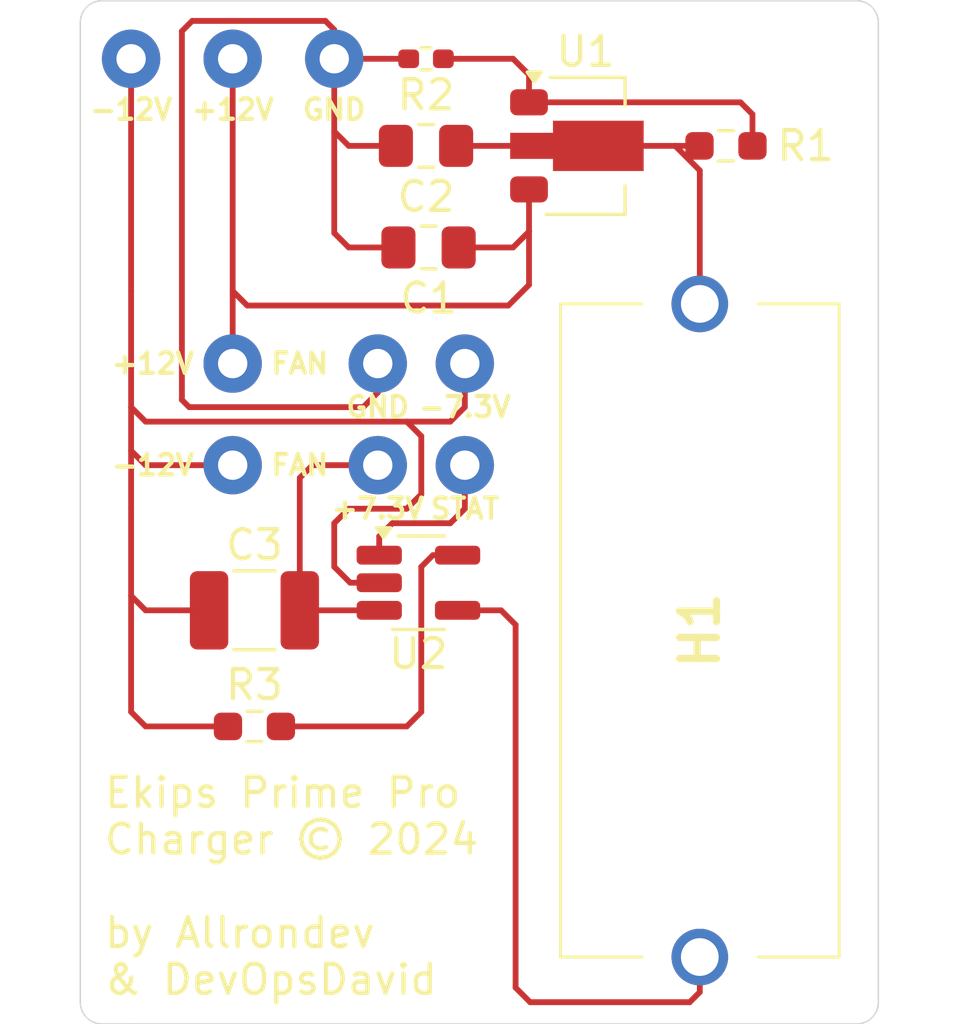
<source format=kicad_pcb>
(kicad_pcb (version 20240108) (generator "pcbnew") (generator_version "8.0")
  (title_block (title "Charger for LEGO® Technic (TM) Large Hub Battery: 45610") (date "2024-07-23") (rev "AIIrondev & DevOpsDavid") (company "Ekips-Prime-Pro") (comment 1 "https://github.com/Ekips-Prime-Pro") (comment 4 "1. Powersupply, 2. Spanungsregler, 3.Batterieladeregler"))
  (layers (0 "F.Cu" signal) (31 "B.Cu" signal) (34 "B.Paste" user) (35 "F.Paste" user) (36 "B.SilkS" user "B.Silkscreen") (37 "F.SilkS" user "F.Silkscreen") (38 "B.Mask" user) (39 "F.Mask" user) (44 "Edge.Cuts" user))
  (net 0 "")
  (net 1 "GND")
  (net 2 "-12V (-7.3V)")
  (net 3 "+12V")
  (net 4 "/VO")
  (net 5 "/+7.3V")
  (net 6 "/VDD")
  (net 7 "/ADJ")
  (net 8 "/PROG")
  (net 9 "/STAT")
  (footprint "" (layer "F.Cu") (at 20.25 30.75)
    (property "Reference" "" (at 0 0 0) (layer "F.SilkS") (effects (font (size 1.27 1.27))))
    (property "Value" "")
    (pad "-12V FAN" thru_hole circle (at 0 0) (size 2.01 2.01) (drill 1.01) (layers "*.Cu" "*.Mask") (net 2 "-12V (-7.3V)"))
  )
  (footprint "" (layer "F.Cu") (at 27.5 46)
    (property "Reference" "" (at 0 0 0) (layer "F.SilkS") (effects (font (size 1.27 1.27))))
    (property "Value" "")
    (pad "" np_thru_hole circle (at 0 0) (size 2.5 2.5) (drill 2.5) (layers "F&B.Cu" "*.Mask"))
  )
  (footprint "" (layer "F.Cu") (at 23.75 16.75)
    (property "Reference" "" (at 0 0 0) (layer "F.SilkS") (effects (font (size 1.27 1.27))))
    (property "Value" "")
    (pad "GND" thru_hole circle (at 0 0) (size 2.01 2.01) (drill 1.01) (layers "*.Cu" "*.Mask") (net 1 "GND"))
  )
  (footprint "Resistor_SMD:R_0402_1005Metric_Pad0.72x0.64mm_HandSolder" (layer "F.Cu") (at 26.9125 16.75)
    (property "Reference" "R2" (at 0 1.25 0) (layer "F.SilkS"))
    (property "Value" "ERJ-2RHD1401X")
    (fp_line (start -0.167621 -0.38) (end 0.167621 -0.38) (stroke (width 0.12)) (layer "F.SilkS"))
    (fp_line (start -0.167621 0.38) (end 0.167621 0.38) (stroke (width 0.12)) (layer "F.SilkS"))
    (pad "1" smd roundrect (at -0.5975 0) (size 0.715 0.64) (layers "F.Cu" "F.Paste" "F.Mask") (net 1 "GND"))
    (pad "2" smd roundrect (at 0.5975 0) (size 0.715 0.64) (layers "F.Cu" "F.Paste" "F.Mask") (net 7 "/ADJ"))
  )
  (footprint "" (layer "F.Cu") (at 25.25 30.75)
    (property "Reference" "" (at 0 0 0) (layer "F.SilkS") (effects (font (size 1.27 1.27))))
    (property "Value" "")
    (pad "-12V FAN" thru_hole circle (at 0 0) (size 2.01 2.01) (drill 1.01) (layers "*.Cu" "*.Mask") (net 5 "/+7.3V"))
  )
  (footprint "" (layer "F.Cu") (at 20.25 27.25)
    (property "Reference" "" (at 0 0 0) (layer "F.SilkS") (effects (font (size 1.27 1.27))))
    (property "Value" "")
    (pad "+12V FAN" thru_hole circle (at 0 0) (size 2.01 2.01) (drill 1.01) (layers "*.Cu" "*.Mask") (net 3 "+12V"))
  )
  (footprint "Package_TO_SOT_SMD:SOT-23-5_HandSoldering" (layer "F.Cu") (at 26.65 34.8)
    (property "Reference" "U2" (at 0 2.45 0) (layer "F.SilkS"))
    (property "Value" "MCP73831T-2ACI_OT")
    (fp_line (start -0.9 1.61) (end 0.9 1.61) (stroke (width 0.12)) (layer "F.SilkS"))
    (fp_line (start 0.1 -1.61) (end -0.7 -1.61) (stroke (width 0.12)) (layer "F.SilkS"))
    (fp_line (start 0.1 -1.61) (end 0.9 -1.61) (stroke (width 0.12)) (layer "F.SilkS"))
    (fp_poly (pts (xy -1.2 -1.56) (xy -1.44 -1.89) (xy -0.96 -1.89) (xy -1.2 -1.56)) (stroke (width 0.12)) (fill solid) (layer "F.SilkS"))
    (pad "1" smd roundrect (at -1.35 -0.95) (size 1.56 0.65) (layers "F.Cu" "F.Paste" "F.Mask") (net 9 "/STAT"))
    (pad "2" smd roundrect (at -1.35 0) (size 1.56 0.65) (layers "F.Cu" "F.Paste" "F.Mask") (net 2 "-12V (-7.3V)"))
    (pad "3" smd roundrect (at -1.35 0.95) (size 1.56 0.65) (layers "F.Cu" "F.Paste" "F.Mask") (net 5 "/+7.3V"))
    (pad "4" smd roundrect (at 1.35 0.95) (size 1.56 0.65) (layers "F.Cu" "F.Paste" "F.Mask") (net 6 "/VDD"))
    (pad "5" smd roundrect (at 1.35 -0.95) (size 1.56 0.65) (layers "F.Cu" "F.Paste" "F.Mask") (net 8 "/PROG"))
  )
  (footprint "" (layer "F.Cu") (at 16.75 16.75)
    (property "Reference" "" (at 0 0 0) (layer "F.SilkS") (effects (font (size 1.27 1.27))))
    (property "Value" "")
    (pad "-12V" thru_hole circle (at 0 0) (size 2.01 2.01) (drill 1.01) (layers "*.Cu" "*.Mask") (net 2 "-12V (-7.3V)"))
  )
  (footprint "Package_TO_SOT_SMD:SOT-89-3" (layer "F.Cu") (at 32.4125 19.75)
    (property "Reference" "U1" (at 0 -3.25 0) (layer "F.SilkS"))
    (property "Value" "LM317L_SOT-89")
    (fp_line (start -1.22 -2.36) (end 1.36 -2.36) (stroke (width 0.12)) (layer "F.SilkS"))
    (fp_line (start 1.36 -1.38) (end 1.36 -2.36) (stroke (width 0.12)) (layer "F.SilkS"))
    (fp_line (start 1.36 1.38) (end 1.36 2.36) (stroke (width 0.12)) (layer "F.SilkS"))
    (fp_line (start 1.36 2.36) (end -1.36 2.36) (stroke (width 0.12)) (layer "F.SilkS"))
    (fp_poly (pts (xy -1.77 -2.21) (xy -2.01 -2.54) (xy -1.53 -2.54) (xy -1.77 -2.21)) (stroke (width 0.12)) (fill solid) (layer "F.SilkS"))
    (pad "1" smd roundrect (at -1.95 -1.5) (size 1.3 0.9) (layers "F.Cu" "F.Paste" "F.Mask") (net 7 "/ADJ"))
    (pad "2" smd custom (at -1.8625 0) (size 1.475 0.9) (layers "F.Cu" "F.Paste" "F.Mask") (net 4 "/VO") (options (clearance outline) (anchor rect)) (primitives (gr_poly (pts (xy 3.8625 0.8665) (xy 0.7375 0.8665) (xy 0.7375 -0.8665) (xy 3.8625 -0.8665)) (width 0) (fill yes))))
    (pad "3" smd roundrect (at -1.95 1.5) (size 1.3 0.9) (layers "F.Cu" "F.Paste" "F.Mask") (net 3 "+12V"))
  )
  (footprint "" (layer "F.Cu") (at 25.25 27.25)
    (property "Reference" "" (at 0 0 0) (layer "F.SilkS") (effects (font (size 1.27 1.27))))
    (property "Value" "")
    (pad "-12V FAN" thru_hole circle (at 0 0) (size 2.01 2.01) (drill 1.01) (layers "*.Cu" "*.Mask") (net 1 "GND"))
  )
  (footprint "" (layer "F.Cu") (at 28.25 27.25)
    (property "Reference" "" (at 0 0 0) (layer "F.SilkS") (effects (font (size 1.27 1.27))))
    (property "Value" "")
    (pad "-12V FAN" thru_hole circle (at 0 0) (size 2.01 2.01) (drill 1.01) (layers "*.Cu" "*.Mask") (net 2 "-12V (-7.3V)"))
  )
  (footprint "Capacitor_SMD:C_0805_2012Metric_Pad1.18x1.45mm_HandSolder" (layer "F.Cu") (at 26.9125 19.75)
    (property "Reference" "C2" (at 0 1.75 0) (layer "F.SilkS"))
    (property "Value" "C0805C105K4RACTU")
    (fp_line (start -0.261252 -0.735) (end 0.261252 -0.735) (stroke (width 0.12)) (layer "F.SilkS"))
    (fp_line (start -0.261252 0.735) (end 0.261252 0.735) (stroke (width 0.12)) (layer "F.SilkS"))
    (pad "1" smd roundrect (at -1.0375 0) (size 1.175 1.45) (layers "F.Cu" "F.Paste" "F.Mask") (roundrect_rratio 0.212766) (net 1 "GND"))
    (pad "2" smd roundrect (at 1.0375 0) (size 1.175 1.45) (layers "F.Cu" "F.Paste" "F.Mask") (roundrect_rratio 0.212766) (net 4 "/VO"))
  )
  (footprint "" (layer "F.Cu") (at 20.25 16.75)
    (property "Reference" "" (at 0 0 0) (layer "F.SilkS") (effects (font (size 1.27 1.27))))
    (property "Value" "")
    (pad "+12V" thru_hole circle (at 0 0) (size 2.01 2.01) (drill 1.01) (layers "*.Cu" "*.Mask") (net 3 "+12V"))
  )
  (footprint "Capacitor_SMD:C_1210_3225Metric_Pad1.33x2.70mm_HandSolder" (layer "F.Cu") (at 21 35.75)
    (property "Reference" "C3" (at 0 -2.25 0) (layer "F.SilkS"))
    (property "Value" "C1210C475K4PACTU")
    (fp_line (start -0.711252 -1.36) (end 0.711252 -1.36) (stroke (width 0.12)) (layer "F.SilkS"))
    (fp_line (start -0.711252 1.36) (end 0.711252 1.36) (stroke (width 0.12)) (layer "F.SilkS"))
    (pad "1" smd roundrect (at -1.5625 0) (size 1.325 2.7) (layers "F.Cu" "F.Paste" "F.Mask") (roundrect_rratio 0.188679) (net 2 "-12V (-7.3V)"))
    (pad "2" smd roundrect (at 1.5625 0) (size 1.325 2.7) (layers "F.Cu" "F.Paste" "F.Mask") (roundrect_rratio 0.188679) (net 5 "/+7.3V"))
  )
  (footprint "Fuse_(65600001009):65600001009" (layer "F.Cu") (at 36.347409 36.444486 -90)
    (property "Reference" "H1" (at 0 0 90) (layer "F.SilkS") (effects (font (size 1.27 1.27) (thickness 0.254))))
    (property "Value" "65600001009" (hide yes))
    (fp_line (start -11.25 4.8) (end 11.25 4.8) (stroke (width 0.1)) (layer "F.SilkS"))
    (fp_line (start 11.25 4.8) (end 11.25 2) (stroke (width 0.1)) (layer "F.SilkS"))
    (fp_line (start -11.25 2) (end -11.25 4.8) (stroke (width 0.1)) (layer "F.SilkS"))
    (fp_line (start -11.25 -2) (end -11.25 -4.8) (stroke (width 0.1)) (layer "F.SilkS"))
    (fp_line (start -11.25 -4.8) (end 11.25 -4.8) (stroke (width 0.1)) (layer "F.SilkS"))
    (fp_line (start 11.25 -4.8) (end 11.25 -2) (stroke (width 0.1)) (layer "F.SilkS"))
    (pad "1" thru_hole circle (at -11.25 0 270) (size 1.95 1.95) (drill 1.3) (layers "*.Cu" "*.Mask") (net 4 "/VO"))
    (pad "2" thru_hole circle (at 11.25 0 270) (size 1.95 1.95) (drill 1.3) (layers "*.Cu" "*.Mask") (net 6 "/VDD"))
  )
  (footprint "" (layer "F.Cu") (at 40.25 17.25)
    (property "Reference" "" (at 0 0 0) (layer "F.SilkS") (effects (font (size 1.27 1.27))))
    (property "Value" "")
    (pad "" np_thru_hole circle (at 0 0) (size 2.5 2.5) (drill 2.5) (layers "F&B.Cu" "*.Mask"))
  )
  (footprint "Resistor_SMD:R_0603_1608Metric_Pad0.98x0.95mm_HandSolder" (layer "F.Cu") (at 37.25 19.75)
    (property "Reference" "R1" (hide yes))
    (property "Value" "RC0603FR-07240RL")
    (fp_line (start -0.254724 -0.5225) (end 0.254724 -0.5225) (stroke (width 0.12)) (layer "F.SilkS"))
    (fp_line (start -0.254724 0.5225) (end 0.254724 0.5225) (stroke (width 0.12)) (layer "F.SilkS"))
    (pad "1" smd roundrect (at -0.9125 0) (size 0.975 0.95) (layers "F.Cu" "F.Paste" "F.Mask") (net 4 "/VO"))
    (pad "2" smd roundrect (at 0.9125 0) (size 0.975 0.95) (layers "F.Cu" "F.Paste" "F.Mask") (net 7 "/ADJ"))
  )
  (footprint "Capacitor_SMD:C_0805_2012Metric_Pad1.18x1.45mm_HandSolder" (layer "F.Cu") (at 27 23.25)
    (property "Reference" "C1" (at 0 1.75 0) (layer "F.SilkS"))
    (property "Value" "C0805C474K5RACTU")
    (fp_line (start -0.261252 -0.735) (end 0.261252 -0.735) (stroke (width 0.12)) (layer "F.SilkS"))
    (fp_line (start -0.261252 0.735) (end 0.261252 0.735) (stroke (width 0.12)) (layer "F.SilkS"))
    (pad "1" smd roundrect (at -1.0375 0) (size 1.175 1.45) (layers "F.Cu" "F.Paste" "F.Mask") (roundrect_rratio 0.212766) (net 1 "GND"))
    (pad "2" smd roundrect (at 1.0375 0) (size 1.175 1.45) (layers "F.Cu" "F.Paste" "F.Mask") (roundrect_rratio 0.212766) (net 3 "+12V"))
  )
  (footprint "" (layer "F.Cu") (at 28.25 30.75 90)
    (property "Reference" "" (at 0 0 90) (layer "F.SilkS") (effects (font (size 1.27 1.27))))
    (property "Value" "")
    (pad "STAT" thru_hole circle (at 0 0 90) (size 2.01 2.01) (drill 1.01) (layers "*.Cu" "*.Mask") (net 9 "/STAT"))
  )
  (footprint "Resistor_SMD:R_0603_1608Metric_Pad0.98x0.95mm_HandSolder" (layer "F.Cu") (at 21 39.75)
    (property "Reference" "R3" (at 0 -1.43 0) (layer "F.SilkS"))
    (property "Value" "RC0603FR-071KL")
    (fp_line (start -0.254724 -0.5225) (end 0.254724 -0.5225) (stroke (width 0.12)) (layer "F.SilkS"))
    (fp_line (start -0.254724 0.5225) (end 0.254724 0.5225) (stroke (width 0.12)) (layer "F.SilkS"))
    (pad "1" smd roundrect (at -0.9125 0) (size 0.975 0.95) (layers "F.Cu" "F.Paste" "F.Mask") (net 2 "-12V (-7.3V)"))
    (pad "2" smd roundrect (at 0.9125 0) (size 0.975 0.95) (layers "F.Cu" "F.Paste" "F.Mask") (net 8 "/PROG"))
  )
  (gr_line (start 15 15.875) (end 15 15.5) (stroke (width 0.05)) (layer "Edge.Cuts"))
  (gr_line (start 16.75 14.75) (end 15.875 14.75) (stroke (width 0.05)) (layer "Edge.Cuts"))
  (gr_arc (start 41.75 14.75) (mid 42.28033 14.96967) (end 42.5 15.5) (stroke (width 0.05)) (layer "Edge.Cuts"))
  (gr_arc (start 42.5 49.25) (mid 42.28033 49.78033) (end 41.75 50) (stroke (width 0.05)) (layer "Edge.Cuts"))
  (gr_line (start 15.875 14.75) (end 15.75 14.75) (stroke (width 0.05)) (layer "Edge.Cuts"))
  (gr_line (start 41.75 14.75) (end 31 14.75) (stroke (width 0.05)) (layer "Edge.Cuts"))
  (gr_line (start 42.5 24.25) (end 42.5 18.5) (stroke (width 0.05)) (layer "Edge.Cuts"))
  (gr_line (start 41.75 50) (end 16.75 50) (stroke (width 0.05)) (layer "Edge.Cuts"))
  (gr_arc (start 15 15.5) (mid 15.21967 14.96967) (end 15.75 14.75) (stroke (width 0.05)) (layer "Edge.Cuts"))
  (gr_line (start 42.5 18.5) (end 42.5 15.5) (stroke (width 0.05)) (layer "Edge.Cuts"))
  (gr_line (start 15 16.75) (end 15 15.875) (stroke (width 0.05)) (layer "Edge.Cuts"))
  (gr_arc (start 15.75 50) (mid 15.21967 49.78033) (end 15 49.25) (stroke (width 0.05)) (layer "Edge.Cuts"))
  (gr_line (start 16.75 14.75) (end 31 14.75) (stroke (width 0.05)) (layer "Edge.Cuts"))
  (gr_line (start 16.75 50) (end 15.75 50) (stroke (width 0.05)) (layer "Edge.Cuts"))
  (gr_line (start 15 16.75) (end 15 19.25) (stroke (width 0.05)) (layer "Edge.Cuts"))
  (gr_line (start 42.5 24.25) (end 42.5 49.25) (stroke (width 0.05)) (layer "Edge.Cuts"))
  (gr_line (start 15 19.25) (end 15 49.25) (stroke (width 0.05)) (layer "Edge.Cuts"))
  (gr_text "STAT" (at 28.25 32.25 0) (layer "F.SilkS") (effects (font (size 0.7 0.7))))
  (gr_text "-12V" (at 16.75 18.5 0) (layer "F.SilkS") (effects (font (size 0.7 0.7))))
  (gr_text "-7.3V" (at 28.25 28.75 0) (layer "F.SilkS") (effects (font (size 0.7 0.7))))
  (gr_text "GND" (at 25.25 28.75 0) (layer "F.SilkS") (effects (font (size 0.7 0.7))))
  (gr_text "-12V" (at 17.5 30.75 0) (layer "F.SilkS") (effects (font (size 0.7 0.7))))
  (gr_text "R1" (at 40 19.75 0) (layer "F.SilkS") (effects (font (size 1 1))))
  (gr_text "FAN" (at 21.5 27.25 0) (layer "F.SilkS") (effects (font (size 0.7 0.7)) (justify left)))
  (gr_text "+7.3V" (at 25.25 32.25 0) (layer "F.SilkS") (effects (font (size 0.7 0.7))))
  (gr_text "+12V" (at 20.25 18.5 0) (layer "F.SilkS") (effects (font (size 0.7 0.7))))
  (gr_text "Ekips Prime Pro \nCharger © 2024\n\nby Allrondev \n& DevOpsDavid " (at 15.75 45.25 0) (layer "F.SilkS") (effects (font (size 1 1)) (justify left)))
  (gr_text "+12V" (at 17.5 27.25 0) (layer "F.SilkS") (effects (font (size 0.7 0.7))))
  (gr_text "GND" (at 23.75 18.5 0) (layer "F.SilkS") (effects (font (size 0.7 0.7))))
  (gr_text "FAN" (at 21.5 30.75 0) (layer "F.SilkS") (effects (font (size 0.7 0.7)) (justify left)))
  (segment (start 18.5 28.5) (end 18.5 15.8) (width 0.2) (layer "F.Cu") (net 1))
  (segment (start 18.75 28.75) (end 18.5 28.5) (width 0.2) (layer "F.Cu") (net 1))
  (segment (start 23.75 19.25) (end 24.25 19.75) (width 0.2) (layer "F.Cu") (net 1))
  (segment (start 25.25 27.25) (end 25.25 28.25) (width 0.2) (layer "F.Cu") (net 1))
  (segment (start 24.25 19.75) (end 25.875 19.75) (width 0.2) (layer "F.Cu") (net 1))
  (segment (start 18.855 15.445) (end 23.445 15.445) (width 0.2) (layer "F.Cu") (net 1))
  (segment (start 25.9625 23.25) (end 24.25 23.25) (width 0.2) (layer "F.Cu") (net 1))
  (segment (start 25.25 28.25) (end 24.75 28.75) (width 0.2) (layer "F.Cu") (net 1))
  (segment (start 23.75 16.75) (end 26.315 16.75) (width 0.2) (layer "F.Cu") (net 1))
  (segment (start 23.445 15.445) (end 23.75 15.75) (width 0.2) (layer "F.Cu") (net 1))
  (segment (start 23.75 22.75) (end 23.75 19.25) (width 0.2) (layer "F.Cu") (net 1))
  (segment (start 24.25 23.25) (end 23.75 22.75) (width 0.2) (layer "F.Cu") (net 1))
  (segment (start 23.75 15.75) (end 23.75 16.75) (width 0.2) (layer "F.Cu") (net 1))
  (segment (start 24.75 28.75) (end 18.75 28.75) (width 0.2) (layer "F.Cu") (net 1))
  (segment (start 18.5 15.8) (end 18.855 15.445) (width 0.2) (layer "F.Cu") (net 1))
  (segment (start 23.75 16.75) (end 23.75 19.25) (width 0.2) (layer "F.Cu") (net 1))
  (segment (start 26.25 29.25) (end 27.75 29.25) (width 0.2) (layer "F.Cu") (net 2))
  (segment (start 23.75 32.75) (end 24.25 32.25) (width 0.2) (layer "F.Cu") (net 2))
  (segment (start 17.25 30.75) (end 20.25 30.75) (width 0.2) (layer "F.Cu") (net 2))
  (segment (start 24.3 34.8) (end 23.75 34.25) (width 0.2) (layer "F.Cu") (net 2))
  (segment (start 20.0875 39.75) (end 17.25 39.75) (width 0.2) (layer "F.Cu") (net 2))
  (segment (start 24.25 32.25) (end 26.25 32.25) (width 0.2) (layer "F.Cu") (net 2))
  (segment (start 26.75 29.75) (end 26.25 29.25) (width 0.2) (layer "F.Cu") (net 2))
  (segment (start 16.75 16.75) (end 16.75 24.75) (width 0.2) (layer "F.Cu") (net 2))
  (segment (start 25.5 34.8) (end 24.3 34.8) (width 0.2) (layer "F.Cu") (net 2))
  (segment (start 19.4375 35.75) (end 17.25 35.75) (width 0.2) (layer "F.Cu") (net 2))
  (segment (start 16.75 28.75) (end 17.25 29.25) (width 0.2) (layer "F.Cu") (net 2))
  (segment (start 26.25 32.25) (end 26.75 31.75) (width 0.2) (layer "F.Cu") (net 2))
  (segment (start 26.75 31.75) (end 26.75 29.75) (width 0.2) (layer "F.Cu") (net 2))
  (segment (start 16.75 35.25) (end 16.75 32.25) (width 0.2) (layer "F.Cu") (net 2))
  (segment (start 17.25 39.75) (end 16.75 39.25) (width 0.2) (layer "F.Cu") (net 2))
  (segment (start 16.75 24.75) (end 16.75 27.25) (width 0.2) (layer "F.Cu") (net 2))
  (segment (start 17.25 29.25) (end 26.25 29.25) (width 0.2) (layer "F.Cu") (net 2))
  (segment (start 16.75 32.25) (end 16.75 30.25) (width 0.2) (layer "F.Cu") (net 2))
  (segment (start 16.75 27.25) (end 16.75 28.75) (width 0.2) (layer "F.Cu") (net 2))
  (segment (start 23.75 34.25) (end 23.75 32.75) (width 0.2) (layer "F.Cu") (net 2))
  (segment (start 17.25 35.75) (end 16.75 35.25) (width 0.2) (layer "F.Cu") (net 2))
  (segment (start 16.75 39.25) (end 16.75 35.25) (width 0.2) (layer "F.Cu") (net 2))
  (segment (start 16.75 30.25) (end 17.25 30.75) (width 0.2) (layer "F.Cu") (net 2))
  (segment (start 27.75 29.25) (end 28.25 28.75) (width 0.2) (layer "F.Cu") (net 2))
  (segment (start 16.75 28.75) (end 16.75 30.25) (width 0.2) (layer "F.Cu") (net 2))
  (segment (start 28.25 28.75) (end 28.25 27.25) (width 0.2) (layer "F.Cu") (net 2))
  (segment (start 28.0375 23.25) (end 29.9125 23.25) (width 0.2) (layer "F.Cu") (net 3))
  (segment (start 20.75 25.25) (end 29.75 25.25) (width 0.2) (layer "F.Cu") (net 3))
  (segment (start 29.75 25.25) (end 30.4625 24.5375) (width 0.2) (layer "F.Cu") (net 3))
  (segment (start 30.4625 21.25) (end 30.4625 22.7) (width 0.2) (layer "F.Cu") (net 3))
  (segment (start 20.25 24.75) (end 20.25 27.25) (width 0.2) (layer "F.Cu") (net 3))
  (segment (start 30.4625 22.7) (end 29.9125 23.25) (width 0.2) (layer "F.Cu") (net 3))
  (segment (start 20.25 24.75) (end 20.75 25.25) (width 0.2) (layer "F.Cu") (net 3))
  (segment (start 20.25 16.75) (end 20.25 24.75) (width 0.2) (layer "F.Cu") (net 3))
  (segment (start 30.4625 24.5375) (end 30.4625 22.7) (width 0.2) (layer "F.Cu") (net 3))
  (segment (start 36.347409 19.759909) (end 36.3375 19.75) (width 0.2) (layer "F.Cu") (net 4))
  (segment (start 35.5 19.75) (end 36.3375 19.75) (width 0.2) (layer "F.Cu") (net 4))
  (segment (start 27.95 19.75) (end 30.55 19.75) (width 0.2) (layer "F.Cu") (net 4))
  (segment (start 36.347409 25.194486) (end 36.347409 20.75) (width 0.2) (layer "F.Cu") (net 4))
  (segment (start 30.55 19.75) (end 35.5 19.75) (width 0.2) (layer "F.Cu") (net 4))
  (segment (start 36.347409 20.597409) (end 35.5 19.75) (width 0.2) (layer "F.Cu") (net 4))
  (segment (start 36.347409 20.75) (end 36.347409 20.597409) (width 0.2) (layer "F.Cu") (net 4))
  (segment (start 25.25 30.75) (end 23 30.75) (width 0.2) (layer "F.Cu") (net 5))
  (segment (start 22.5625 35.75) (end 25.5 35.75) (width 0.2) (layer "F.Cu") (net 5))
  (segment (start 22.5625 31.1875) (end 22.5625 35.75) (width 0.2) (layer "F.Cu") (net 5))
  (segment (start 23 30.75) (end 22.5625 31.1875) (width 0.2) (layer "F.Cu") (net 5))
  (segment (start 36 49.25) (end 30.5 49.25) (width 0.2) (layer "F.Cu") (net 6))
  (segment (start 30.5 49.25) (end 30 48.75) (width 0.2) (layer "F.Cu") (net 6))
  (segment (start 29.5 35.75) (end 28 35.75) (width 0.2) (layer "F.Cu") (net 6))
  (segment (start 36.347409 47.694486) (end 36.347409 48.902591) (width 0.2) (layer "F.Cu") (net 6))
  (segment (start 30 48.75) (end 30 36.25) (width 0.2) (layer "F.Cu") (net 6))
  (segment (start 36.347409 48.902591) (end 36 49.25) (width 0.2) (layer "F.Cu") (net 6))
  (segment (start 36.347409 47.694486) (end 36.347409 48.402591) (width 0.2) (layer "F.Cu") (net 6))
  (segment (start 36.347409 48.402591) (end 36.25 48.5) (width 0.2) (layer "F.Cu") (net 6))
  (segment (start 30 36.25) (end 29.5 35.75) (width 0.2) (layer "F.Cu") (net 6))
  (segment (start 38.1625 18.6625) (end 38.1625 19.75) (width 0.2) (layer "F.Cu") (net 7))
  (segment (start 29.9125 16.75) (end 30.4625 17.3) (width 0.2) (layer "F.Cu") (net 7))
  (segment (start 27.51 16.75) (end 29.9125 16.75) (width 0.2) (layer "F.Cu") (net 7))
  (segment (start 30.4625 17.3) (end 30.4625 18.25) (width 0.2) (layer "F.Cu") (net 7))
  (segment (start 30.4625 18.25) (end 37.75 18.25) (width 0.2) (layer "F.Cu") (net 7))
  (segment (start 37.75 18.25) (end 38.1625 18.6625) (width 0.2) (layer "F.Cu") (net 7))
  (segment (start 26.75 34.25) (end 27.15 33.85) (width 0.2) (layer "F.Cu") (net 8))
  (segment (start 21.9125 39.75) (end 26.25 39.75) (width 0.2) (layer "F.Cu") (net 8))
  (segment (start 27.15 33.85) (end 28 33.85) (width 0.2) (layer "F.Cu") (net 8))
  (segment (start 26.75 39.25) (end 26.75 34.25) (width 0.2) (layer "F.Cu") (net 8))
  (segment (start 26.25 39.75) (end 26.75 39.25) (width 0.2) (layer "F.Cu") (net 8))
  (segment (start 25.3 33.2) (end 25.75 32.75) (width 0.2) (layer "F.Cu") (net 9))
  (segment (start 28.25 32.25) (end 28.25 30.75) (width 0.2) (layer "F.Cu") (net 9))
  (segment (start 27.75 32.75) (end 28.25 32.25) (width 0.2) (layer "F.Cu") (net 9))
  (segment (start 25.75 32.75) (end 27.75 32.75) (width 0.2) (layer "F.Cu") (net 9))
  (segment (start 25.291572 33.841572) (end 25.3 33.85) (width 0.2) (layer "F.Cu") (net 9))
  (segment (start 25.3 33.85) (end 25.3 33.2) (width 0.2) (layer "F.Cu") (net 9))
)
</source>
